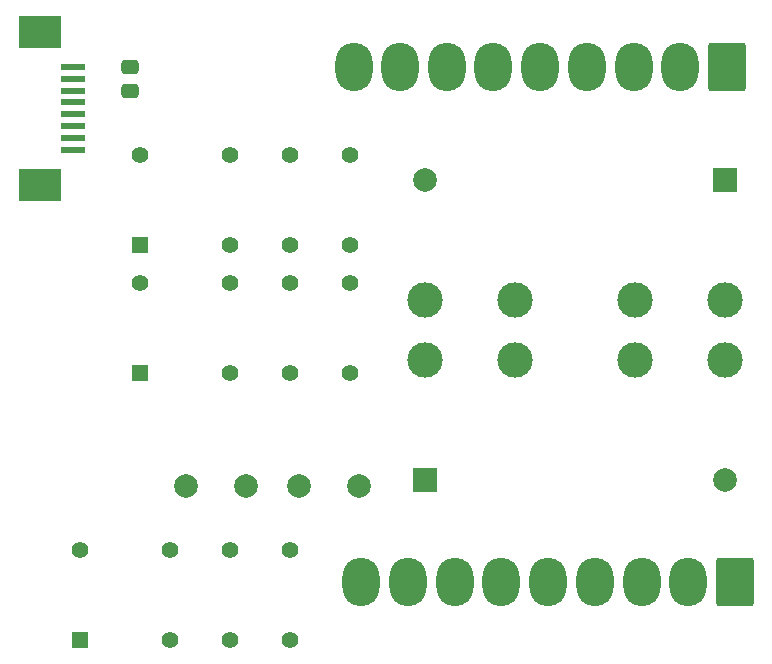
<source format=gbr>
%TF.GenerationSoftware,KiCad,Pcbnew,(6.0.8-1)-1*%
%TF.CreationDate,2022-10-16T10:23:05+02:00*%
%TF.ProjectId,HP6632B_relay_board,48503636-3332-4425-9f72-656c61795f62,rev?*%
%TF.SameCoordinates,Original*%
%TF.FileFunction,Soldermask,Top*%
%TF.FilePolarity,Negative*%
%FSLAX46Y46*%
G04 Gerber Fmt 4.6, Leading zero omitted, Abs format (unit mm)*
G04 Created by KiCad (PCBNEW (6.0.8-1)-1) date 2022-10-16 10:23:05*
%MOMM*%
%LPD*%
G01*
G04 APERTURE LIST*
G04 Aperture macros list*
%AMRoundRect*
0 Rectangle with rounded corners*
0 $1 Rounding radius*
0 $2 $3 $4 $5 $6 $7 $8 $9 X,Y pos of 4 corners*
0 Add a 4 corners polygon primitive as box body*
4,1,4,$2,$3,$4,$5,$6,$7,$8,$9,$2,$3,0*
0 Add four circle primitives for the rounded corners*
1,1,$1+$1,$2,$3*
1,1,$1+$1,$4,$5*
1,1,$1+$1,$6,$7*
1,1,$1+$1,$8,$9*
0 Add four rect primitives between the rounded corners*
20,1,$1+$1,$2,$3,$4,$5,0*
20,1,$1+$1,$4,$5,$6,$7,0*
20,1,$1+$1,$6,$7,$8,$9,0*
20,1,$1+$1,$8,$9,$2,$3,0*%
G04 Aperture macros list end*
%ADD10C,2.000000*%
%ADD11R,1.400000X1.400000*%
%ADD12C,1.400000*%
%ADD13RoundRect,0.250000X1.330000X1.800000X-1.330000X1.800000X-1.330000X-1.800000X1.330000X-1.800000X0*%
%ADD14O,3.160000X4.100000*%
%ADD15R,2.000000X0.610000*%
%ADD16R,3.600000X2.680000*%
%ADD17R,2.000000X2.000000*%
%ADD18C,3.000000*%
%ADD19RoundRect,0.250000X0.475000X-0.337500X0.475000X0.337500X-0.475000X0.337500X-0.475000X-0.337500X0*%
%ADD20RoundRect,0.250000X-1.330000X-1.800000X1.330000X-1.800000X1.330000X1.800000X-1.330000X1.800000X0*%
G04 APERTURE END LIST*
D10*
%TO.C,F601*%
X113665000Y-68072000D03*
X108585000Y-68062000D03*
%TD*%
D11*
%TO.C,K601*%
X104680500Y-47670483D03*
D12*
X112300500Y-47670483D03*
X117380500Y-47670483D03*
X122460500Y-47670483D03*
X122460500Y-40050483D03*
X117380500Y-40050483D03*
X112300500Y-40050483D03*
X104680500Y-40050483D03*
%TD*%
D13*
%TO.C,J620*%
X155042000Y-76204500D03*
D14*
X151082000Y-76204500D03*
X147122000Y-76204500D03*
X143162000Y-76204500D03*
X139202000Y-76204500D03*
X135242000Y-76204500D03*
X131282000Y-76204500D03*
X127322000Y-76204500D03*
X123362000Y-76204500D03*
%TD*%
D15*
%TO.C,J610*%
X98955000Y-32594600D03*
X98955000Y-33594600D03*
X98955000Y-34594600D03*
X98955000Y-35594600D03*
X98955000Y-36594600D03*
X98955000Y-37594600D03*
X98955000Y-38594600D03*
X98955000Y-39594600D03*
D16*
X96155000Y-29604600D03*
X96155000Y-42584600D03*
%TD*%
D17*
%TO.C,K604*%
X128778000Y-67604000D03*
D10*
X154178000Y-67604000D03*
D18*
X154178000Y-57444000D03*
X146558000Y-57444000D03*
X136398000Y-57444000D03*
X128778000Y-57444000D03*
%TD*%
D17*
%TO.C,K605*%
X154178000Y-42124000D03*
D10*
X128778000Y-42124000D03*
D18*
X128778000Y-52284000D03*
X136398000Y-52284000D03*
X146558000Y-52284000D03*
X154178000Y-52284000D03*
%TD*%
D19*
%TO.C,C600*%
X103784400Y-34667100D03*
X103784400Y-32592100D03*
%TD*%
D11*
%TO.C,K603*%
X104680500Y-58544983D03*
D12*
X112300500Y-58544983D03*
X117380500Y-58544983D03*
X122460500Y-58544983D03*
X122460500Y-50924983D03*
X117380500Y-50924983D03*
X112300500Y-50924983D03*
X104680500Y-50924983D03*
%TD*%
D11*
%TO.C,K602*%
X99600500Y-81105500D03*
D12*
X107220500Y-81105500D03*
X112300500Y-81105500D03*
X117380500Y-81105500D03*
X117380500Y-73485500D03*
X112300500Y-73485500D03*
X107220500Y-73485500D03*
X99600500Y-73485500D03*
%TD*%
D10*
%TO.C,F602*%
X123190000Y-68072000D03*
X118110000Y-68062000D03*
%TD*%
D20*
%TO.C,J1*%
X154362000Y-32639000D03*
D14*
X150402000Y-32639000D03*
X146442000Y-32639000D03*
X142482000Y-32639000D03*
X138522000Y-32639000D03*
X134562000Y-32639000D03*
X130602000Y-32639000D03*
X126642000Y-32639000D03*
X122782000Y-32639000D03*
%TD*%
M02*

</source>
